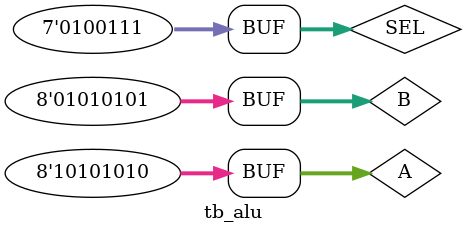
<source format=v>
`timescale 1ns / 1ps

module tb_alu();
    
    parameter N_BITS = 8;
    parameter OP_BITS = 6;

    reg [N_BITS-1:0] A;
    reg [N_BITS-1:0] B;
    reg [OP_BITS:0] SEL;
    wire [N_BITS-1:0] F;
    
    alu my_alu (.in_a(A), .in_b(B), .in_op(SEL), .op_c(F));
    
    initial begin
    
        A = 8'b0000_0000;
        B = 8'b1000_0000;
        SEL = 6'b10_0000; //ADD
        
        #20
        A = 8'b1000_0001;
        B = 8'b0000_0001; 
        SEL = 6'b10_0010; //SUB
        
        #20
        A = 8'b1010_1010;
        B = 8'b0100_0101;
        SEL = 6'b10_0100; //AND
        
        #20
        A = 8'b1010_1010;
        B = 8'b0101_0101;
        SEL = 6'b10_0101; //OR
        
        #20
        A = 8'b1010_1010;
        B = 8'b0100_0101;
        SEL = 6'b10_0110; //XOR
        
        #20
        A = 8'b1000_0001;
        B = 8'b0000_0011; 
        SEL = 6'b00_0011; //SRA
        
        #20
        A = 8'b1000_0001;
        B = 8'b0000_0011; 
        SEL = 6'b00_0010; //SRL 
        
        #20
        A = 8'b1010_1010;
        B = 8'b0101_0101;
        SEL = 6'b10_0111; //NOR
        
        
//        #20
//        A = 8'b1000_0000;
//        B = 8'b0000_0001; 
//        SEL = 6'b10_0010; //SUB

        
//        #20
//        A = 8'b1000_0001;
//        B = 8'b0000_0010; 
//        SEL = 6'b00_0011; //SRA
        
//        #20
//        A = 8'b1000_0001;
//        B = 8'b0000_0010; 
//        SEL = 6'b00_0010; //SRL 
        
    end
    
    initial $monitor($time, A, B, SEL, F);   
        
        
        
        
    
endmodule

</source>
